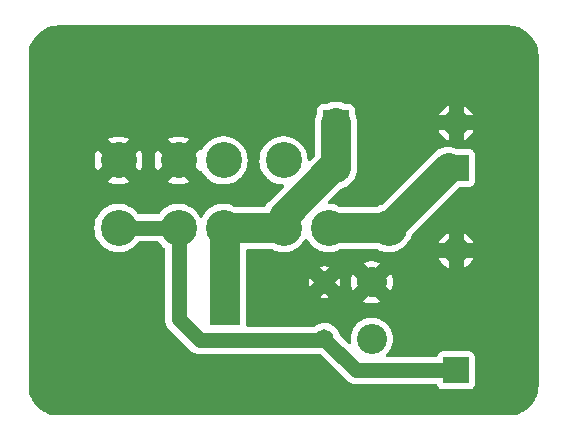
<source format=gbl>
G04 #@! TF.GenerationSoftware,KiCad,Pcbnew,(7.0.0-0)*
G04 #@! TF.CreationDate,2023-03-10T18:04:30-08:00*
G04 #@! TF.ProjectId,RX7 Headlight Control,52583720-4865-4616-946c-696768742043,rev?*
G04 #@! TF.SameCoordinates,Original*
G04 #@! TF.FileFunction,Copper,L2,Bot*
G04 #@! TF.FilePolarity,Positive*
%FSLAX46Y46*%
G04 Gerber Fmt 4.6, Leading zero omitted, Abs format (unit mm)*
G04 Created by KiCad (PCBNEW (7.0.0-0)) date 2023-03-10 18:04:30*
%MOMM*%
%LPD*%
G01*
G04 APERTURE LIST*
G04 #@! TA.AperFunction,ComponentPad*
%ADD10R,2.200000X2.200000*%
G04 #@! TD*
G04 #@! TA.AperFunction,ComponentPad*
%ADD11O,2.200000X2.200000*%
G04 #@! TD*
G04 #@! TA.AperFunction,ComponentPad*
%ADD12R,2.550000X2.550000*%
G04 #@! TD*
G04 #@! TA.AperFunction,ComponentPad*
%ADD13C,1.650000*%
G04 #@! TD*
G04 #@! TA.AperFunction,ComponentPad*
%ADD14C,2.550000*%
G04 #@! TD*
G04 #@! TA.AperFunction,ComponentPad*
%ADD15C,3.048000*%
G04 #@! TD*
G04 #@! TA.AperFunction,Conductor*
%ADD16C,2.540000*%
G04 #@! TD*
G04 #@! TA.AperFunction,Conductor*
%ADD17C,0.250000*%
G04 #@! TD*
G04 #@! TA.AperFunction,Conductor*
%ADD18C,1.270000*%
G04 #@! TD*
G04 APERTURE END LIST*
D10*
X131444999Y-95884999D03*
D11*
X141604999Y-95884999D03*
D10*
X141604999Y-116839999D03*
D11*
X141604999Y-106679999D03*
D10*
X141604999Y-99694999D03*
D11*
X131444999Y-99694999D03*
D12*
X122069999Y-111759999D03*
D13*
X130470000Y-114160000D03*
D14*
X134470000Y-114160000D03*
X134470000Y-109360000D03*
D13*
X130470000Y-109360000D03*
D15*
X127000000Y-99060000D03*
X121920000Y-99060000D03*
X130810000Y-104775000D03*
X135890000Y-104775000D03*
X118110000Y-99060000D03*
X113030000Y-99060000D03*
X118110000Y-104775000D03*
X113030000Y-104775000D03*
X127000000Y-104775000D03*
X121920000Y-104775000D03*
D16*
X130810000Y-104775000D02*
X135890000Y-104775000D01*
X135890000Y-104775000D02*
X140970000Y-99695000D01*
D17*
X140970000Y-99695000D02*
X141605000Y-99695000D01*
D18*
X130470000Y-114160000D02*
X133150000Y-116840000D01*
X119889868Y-114300000D02*
X130330000Y-114300000D01*
X118110000Y-112520132D02*
X119889868Y-114300000D01*
X130330000Y-114300000D02*
X130470000Y-114160000D01*
X118110000Y-104775000D02*
X118110000Y-112520132D01*
X118110000Y-104775000D02*
X113030000Y-104775000D01*
X133150000Y-116840000D02*
X141605000Y-116840000D01*
D17*
X122070000Y-104925000D02*
X121920000Y-104775000D01*
D16*
X127000000Y-104775000D02*
X127000000Y-103822500D01*
X122070000Y-111125000D02*
X122070000Y-104925000D01*
X131127500Y-99695000D02*
X131445000Y-99695000D01*
X121920000Y-104775000D02*
X127000000Y-104775000D01*
X131445000Y-99695000D02*
X131445000Y-95885000D01*
X127000000Y-103822500D02*
X131127500Y-99695000D01*
G04 #@! TA.AperFunction,Conductor*
G36*
X120649547Y-87630215D02*
G01*
X120649617Y-87630383D01*
X120650000Y-87630541D01*
X120650099Y-87630500D01*
X133349901Y-87630500D01*
X133350000Y-87630541D01*
X133350383Y-87630383D01*
X133350452Y-87630215D01*
X133352650Y-87630000D01*
X146046249Y-87630000D01*
X146053736Y-87630226D01*
X146348678Y-87648066D01*
X146363541Y-87649871D01*
X146650489Y-87702457D01*
X146665027Y-87706041D01*
X146790211Y-87745049D01*
X146943533Y-87792826D01*
X146957529Y-87798135D01*
X147223557Y-87917865D01*
X147236816Y-87924823D01*
X147361640Y-88000281D01*
X147486471Y-88075744D01*
X147498782Y-88084242D01*
X147728430Y-88264159D01*
X147739638Y-88274089D01*
X147945910Y-88480361D01*
X147955840Y-88491569D01*
X148135753Y-88721211D01*
X148144259Y-88733534D01*
X148295176Y-88983183D01*
X148302134Y-88996442D01*
X148421864Y-89262470D01*
X148427174Y-89276471D01*
X148513958Y-89554972D01*
X148517542Y-89569510D01*
X148570128Y-89856458D01*
X148571933Y-89871323D01*
X148589774Y-90166264D01*
X148590000Y-90173751D01*
X148590000Y-99057350D01*
X148589784Y-99059547D01*
X148589617Y-99059617D01*
X148589459Y-99060000D01*
X148589500Y-99060099D01*
X148589500Y-109219901D01*
X148589459Y-109220000D01*
X148589500Y-109220099D01*
X148589617Y-109220383D01*
X148589776Y-109220448D01*
X148590000Y-109222720D01*
X148590000Y-118106249D01*
X148589774Y-118113736D01*
X148571933Y-118408676D01*
X148570128Y-118423541D01*
X148517542Y-118710489D01*
X148513958Y-118725027D01*
X148427174Y-119003528D01*
X148421864Y-119017529D01*
X148302134Y-119283557D01*
X148295176Y-119296816D01*
X148144259Y-119546465D01*
X148135753Y-119558788D01*
X147955840Y-119788430D01*
X147945910Y-119799638D01*
X147739638Y-120005910D01*
X147728430Y-120015840D01*
X147498788Y-120195753D01*
X147486465Y-120204259D01*
X147236816Y-120355176D01*
X147223557Y-120362134D01*
X146957529Y-120481864D01*
X146943528Y-120487174D01*
X146665027Y-120573958D01*
X146650489Y-120577542D01*
X146363541Y-120630128D01*
X146348676Y-120631933D01*
X146053736Y-120649774D01*
X146046249Y-120650000D01*
X139702720Y-120650000D01*
X139700448Y-120649776D01*
X139700383Y-120649617D01*
X139700099Y-120649500D01*
X139700000Y-120649459D01*
X139699901Y-120649500D01*
X132080099Y-120649500D01*
X132080000Y-120649459D01*
X132079901Y-120649500D01*
X132079617Y-120649617D01*
X132079551Y-120649776D01*
X132077280Y-120650000D01*
X121922720Y-120650000D01*
X121920448Y-120649776D01*
X121920383Y-120649617D01*
X121920099Y-120649500D01*
X121920000Y-120649459D01*
X121919901Y-120649500D01*
X114300099Y-120649500D01*
X114300000Y-120649459D01*
X114299901Y-120649500D01*
X114299617Y-120649617D01*
X114299551Y-120649776D01*
X114297280Y-120650000D01*
X107953751Y-120650000D01*
X107946264Y-120649774D01*
X107651323Y-120631933D01*
X107636458Y-120630128D01*
X107349510Y-120577542D01*
X107334972Y-120573958D01*
X107056471Y-120487174D01*
X107042470Y-120481864D01*
X106776442Y-120362134D01*
X106763183Y-120355176D01*
X106513534Y-120204259D01*
X106501211Y-120195753D01*
X106271569Y-120015840D01*
X106260361Y-120005910D01*
X106054089Y-119799638D01*
X106044159Y-119788430D01*
X105864246Y-119558788D01*
X105855744Y-119546471D01*
X105780281Y-119421640D01*
X105704823Y-119296816D01*
X105697865Y-119283557D01*
X105578135Y-119017529D01*
X105572825Y-119003528D01*
X105486041Y-118725027D01*
X105482457Y-118710489D01*
X105429871Y-118423541D01*
X105428066Y-118408676D01*
X105410226Y-118113736D01*
X105410000Y-118106249D01*
X105410000Y-109222720D01*
X105410223Y-109220448D01*
X105410383Y-109220383D01*
X105410500Y-109220099D01*
X105410541Y-109220000D01*
X105410500Y-109219901D01*
X105410500Y-104775000D01*
X110992751Y-104775000D01*
X111011726Y-105052405D01*
X111012587Y-105056552D01*
X111012589Y-105056561D01*
X111045590Y-105215368D01*
X111068298Y-105324643D01*
X111069716Y-105328635D01*
X111069719Y-105328643D01*
X111159991Y-105582645D01*
X111161412Y-105586642D01*
X111163359Y-105590400D01*
X111163361Y-105590404D01*
X111287385Y-105829759D01*
X111289335Y-105833522D01*
X111449683Y-106060683D01*
X111639469Y-106263895D01*
X111855159Y-106439371D01*
X112092733Y-106583843D01*
X112347767Y-106694620D01*
X112558327Y-106753616D01*
X112611429Y-106768495D01*
X112611431Y-106768495D01*
X112615509Y-106769638D01*
X112890973Y-106807500D01*
X113164790Y-106807500D01*
X113169027Y-106807500D01*
X113444491Y-106769638D01*
X113712233Y-106694620D01*
X113967267Y-106583843D01*
X114204841Y-106439371D01*
X114420531Y-106263895D01*
X114610317Y-106060683D01*
X114673627Y-105970992D01*
X114717884Y-105932402D01*
X114774932Y-105918500D01*
X116365068Y-105918500D01*
X116422116Y-105932402D01*
X116466372Y-105970992D01*
X116529683Y-106060683D01*
X116719469Y-106263895D01*
X116722750Y-106266564D01*
X116722753Y-106266567D01*
X116920755Y-106427653D01*
X116954481Y-106470585D01*
X116966500Y-106523841D01*
X116966500Y-112490849D01*
X116966368Y-112496576D01*
X116963091Y-112567440D01*
X116963091Y-112567449D01*
X116962827Y-112573169D01*
X116963618Y-112578845D01*
X116963619Y-112578851D01*
X116973418Y-112649106D01*
X116974078Y-112654791D01*
X116980626Y-112725448D01*
X116980627Y-112725453D01*
X116981155Y-112731150D01*
X116982720Y-112736654D01*
X116982722Y-112736660D01*
X116986073Y-112748437D01*
X116989616Y-112765233D01*
X116991309Y-112777371D01*
X116991312Y-112777385D01*
X116992104Y-112783059D01*
X116993925Y-112788493D01*
X116993927Y-112788500D01*
X117016479Y-112855787D01*
X117018173Y-112861257D01*
X117029933Y-112902589D01*
X117039150Y-112934982D01*
X117041702Y-112940108D01*
X117041704Y-112940112D01*
X117047162Y-112951072D01*
X117053733Y-112966936D01*
X117059451Y-112983994D01*
X117062237Y-112988995D01*
X117062238Y-112988998D01*
X117096769Y-113050991D01*
X117099417Y-113056014D01*
X117133611Y-113124686D01*
X117137064Y-113129258D01*
X117137068Y-113129265D01*
X117144451Y-113139042D01*
X117153823Y-113153424D01*
X117162574Y-113169134D01*
X117166237Y-113173545D01*
X117211561Y-113228127D01*
X117215114Y-113232613D01*
X117261323Y-113293803D01*
X117265559Y-113297664D01*
X117265563Y-113297669D01*
X117317988Y-113345460D01*
X117322131Y-113349416D01*
X119060592Y-115087878D01*
X119064548Y-115092021D01*
X119112330Y-115144436D01*
X119112334Y-115144440D01*
X119116197Y-115148677D01*
X119177391Y-115194888D01*
X119181865Y-115198433D01*
X119232789Y-115240719D01*
X119240866Y-115247426D01*
X119245874Y-115250215D01*
X119245875Y-115250216D01*
X119256574Y-115256176D01*
X119270957Y-115265548D01*
X119278265Y-115271066D01*
X119285314Y-115276389D01*
X119290442Y-115278942D01*
X119290443Y-115278943D01*
X119353976Y-115310579D01*
X119359018Y-115313236D01*
X119426006Y-115350548D01*
X119431441Y-115352369D01*
X119431449Y-115352373D01*
X119443056Y-115356263D01*
X119458919Y-115362833D01*
X119475018Y-115370850D01*
X119480529Y-115372418D01*
X119480537Y-115372421D01*
X119548773Y-115391836D01*
X119554245Y-115393530D01*
X119621029Y-115415913D01*
X119626941Y-115417895D01*
X119644759Y-115420380D01*
X119661544Y-115423920D01*
X119678850Y-115428845D01*
X119755224Y-115435921D01*
X119760847Y-115436573D01*
X119836830Y-115447173D01*
X119913422Y-115443632D01*
X119919150Y-115443500D01*
X130084984Y-115443500D01*
X130132437Y-115452939D01*
X130172665Y-115479819D01*
X132320724Y-117627878D01*
X132324680Y-117632021D01*
X132372462Y-117684436D01*
X132372466Y-117684440D01*
X132376329Y-117688677D01*
X132437523Y-117734888D01*
X132441997Y-117738433D01*
X132496584Y-117783761D01*
X132500998Y-117787426D01*
X132506006Y-117790215D01*
X132506007Y-117790216D01*
X132516706Y-117796176D01*
X132531089Y-117805548D01*
X132538397Y-117811066D01*
X132545446Y-117816389D01*
X132550574Y-117818942D01*
X132550575Y-117818943D01*
X132614108Y-117850579D01*
X132619150Y-117853236D01*
X132686138Y-117890548D01*
X132691573Y-117892369D01*
X132691581Y-117892373D01*
X132703188Y-117896263D01*
X132719051Y-117902833D01*
X132735150Y-117910850D01*
X132740661Y-117912418D01*
X132740669Y-117912421D01*
X132808905Y-117931836D01*
X132814377Y-117933530D01*
X132881161Y-117955913D01*
X132887073Y-117957895D01*
X132904891Y-117960380D01*
X132921676Y-117963920D01*
X132938982Y-117968845D01*
X133015358Y-117975921D01*
X133020976Y-117976572D01*
X133096963Y-117987173D01*
X133173555Y-117983632D01*
X133179283Y-117983500D01*
X139892411Y-117983500D01*
X139941224Y-117993512D01*
X139982154Y-118021930D01*
X140008592Y-118064164D01*
X140054111Y-118186204D01*
X140141739Y-118303261D01*
X140258796Y-118390889D01*
X140395799Y-118441989D01*
X140456362Y-118448500D01*
X142750328Y-118448500D01*
X142753638Y-118448500D01*
X142814201Y-118441989D01*
X142951204Y-118390889D01*
X143068261Y-118303261D01*
X143155889Y-118186204D01*
X143206989Y-118049201D01*
X143213500Y-117988638D01*
X143213500Y-115691362D01*
X143206989Y-115630799D01*
X143155889Y-115493796D01*
X143068261Y-115376739D01*
X143060394Y-115370850D01*
X142958304Y-115294426D01*
X142958303Y-115294425D01*
X142951204Y-115289111D01*
X142942896Y-115286012D01*
X142942894Y-115286011D01*
X142821463Y-115240719D01*
X142821458Y-115240717D01*
X142814201Y-115238011D01*
X142806497Y-115237182D01*
X142806494Y-115237182D01*
X142756924Y-115231853D01*
X142756918Y-115231852D01*
X142753638Y-115231500D01*
X140456362Y-115231500D01*
X140453082Y-115231852D01*
X140453075Y-115231853D01*
X140403505Y-115237182D01*
X140403500Y-115237182D01*
X140395799Y-115238011D01*
X140388543Y-115240717D01*
X140388536Y-115240719D01*
X140267105Y-115286011D01*
X140267099Y-115286013D01*
X140258796Y-115289111D01*
X140251698Y-115294423D01*
X140251695Y-115294426D01*
X140148835Y-115371426D01*
X140148831Y-115371429D01*
X140141739Y-115376739D01*
X140136429Y-115383831D01*
X140136426Y-115383835D01*
X140059426Y-115486695D01*
X140059423Y-115486698D01*
X140054111Y-115493796D01*
X140051013Y-115502099D01*
X140051011Y-115502105D01*
X140008593Y-115615834D01*
X139982154Y-115658070D01*
X139941224Y-115686488D01*
X139892411Y-115696500D01*
X135752122Y-115696500D01*
X135695002Y-115682561D01*
X135650725Y-115643876D01*
X135629244Y-115589145D01*
X135635390Y-115530671D01*
X135667781Y-115481601D01*
X135682732Y-115467727D01*
X135781064Y-115376490D01*
X135947729Y-115167498D01*
X136081384Y-114936002D01*
X136179043Y-114687170D01*
X136238525Y-114426562D01*
X136258501Y-114160000D01*
X136238525Y-113893438D01*
X136179043Y-113632830D01*
X136081384Y-113383998D01*
X135993984Y-113232617D01*
X135950049Y-113156520D01*
X135950047Y-113156518D01*
X135947729Y-113152502D01*
X135781064Y-112943510D01*
X135585112Y-112761694D01*
X135581285Y-112759084D01*
X135581279Y-112759080D01*
X135368092Y-112613732D01*
X135364251Y-112611113D01*
X135360070Y-112609099D01*
X135360064Y-112609096D01*
X135127591Y-112497143D01*
X135127590Y-112497142D01*
X135123413Y-112495131D01*
X135118991Y-112493767D01*
X135118981Y-112493763D01*
X134872409Y-112417706D01*
X134872403Y-112417704D01*
X134867979Y-112416340D01*
X134863403Y-112415650D01*
X134863393Y-112415648D01*
X134608240Y-112377191D01*
X134608239Y-112377190D01*
X134603655Y-112376500D01*
X134336345Y-112376500D01*
X134331761Y-112377190D01*
X134331759Y-112377191D01*
X134076606Y-112415648D01*
X134076594Y-112415650D01*
X134072021Y-112416340D01*
X134067599Y-112417703D01*
X134067590Y-112417706D01*
X133821018Y-112493763D01*
X133821003Y-112493768D01*
X133816587Y-112495131D01*
X133812413Y-112497140D01*
X133812408Y-112497143D01*
X133579935Y-112609097D01*
X133579928Y-112609100D01*
X133575750Y-112611113D01*
X133571917Y-112613726D01*
X133571914Y-112613728D01*
X133511686Y-112654791D01*
X133354888Y-112761694D01*
X133351496Y-112764840D01*
X133351490Y-112764846D01*
X133168127Y-112934982D01*
X133158936Y-112943510D01*
X133156047Y-112947132D01*
X133156043Y-112947137D01*
X132997530Y-113145907D01*
X132992271Y-113152502D01*
X132989957Y-113156508D01*
X132989950Y-113156520D01*
X132860937Y-113379976D01*
X132860931Y-113379987D01*
X132858616Y-113383998D01*
X132856923Y-113388311D01*
X132856918Y-113388322D01*
X132762653Y-113628507D01*
X132762650Y-113628514D01*
X132760957Y-113632830D01*
X132759925Y-113637348D01*
X132759924Y-113637354D01*
X132702506Y-113888916D01*
X132702503Y-113888930D01*
X132701475Y-113893438D01*
X132681499Y-114160000D01*
X132701475Y-114426562D01*
X132702505Y-114431078D01*
X132702507Y-114431086D01*
X132708547Y-114457548D01*
X132706417Y-114520803D01*
X132673348Y-114574767D01*
X132617954Y-114605382D01*
X132554667Y-114604671D01*
X132499975Y-114572821D01*
X131787429Y-113860275D01*
X131755335Y-113804687D01*
X131729268Y-113707403D01*
X131727867Y-113702174D01*
X131629256Y-113490703D01*
X131495422Y-113299568D01*
X131330432Y-113134578D01*
X131211057Y-113050991D01*
X131143736Y-113003852D01*
X131143734Y-113003850D01*
X131139297Y-113000744D01*
X131066798Y-112966937D01*
X130932732Y-112904420D01*
X130932725Y-112904417D01*
X130927826Y-112902133D01*
X130922599Y-112900732D01*
X130922598Y-112900732D01*
X130775275Y-112861257D01*
X130702444Y-112841742D01*
X130697052Y-112841270D01*
X130697045Y-112841269D01*
X130475395Y-112821878D01*
X130470000Y-112821406D01*
X130464605Y-112821878D01*
X130242954Y-112841269D01*
X130242945Y-112841270D01*
X130237556Y-112841742D01*
X130232324Y-112843143D01*
X130232323Y-112843144D01*
X130017401Y-112900732D01*
X130017396Y-112900733D01*
X130012174Y-112902133D01*
X130007278Y-112904415D01*
X130007267Y-112904420D01*
X129805613Y-112998454D01*
X129805609Y-112998456D01*
X129800703Y-113000744D01*
X129796270Y-113003847D01*
X129796263Y-113003852D01*
X129610286Y-113134075D01*
X129576450Y-113150761D01*
X129539163Y-113156500D01*
X123977500Y-113156500D01*
X123915500Y-113139887D01*
X123870113Y-113094500D01*
X123853500Y-113032500D01*
X123853500Y-110980852D01*
X133750975Y-110980852D01*
X133759775Y-110988075D01*
X133815518Y-111014919D01*
X133824138Y-111018302D01*
X134069481Y-111093980D01*
X134078507Y-111096040D01*
X134332396Y-111134308D01*
X134341619Y-111135000D01*
X134598381Y-111135000D01*
X134607603Y-111134308D01*
X134861492Y-111096040D01*
X134870518Y-111093980D01*
X135115861Y-111018302D01*
X135124481Y-111014919D01*
X135180223Y-110988075D01*
X135189024Y-110980852D01*
X135183101Y-110971127D01*
X134481542Y-110269568D01*
X134470000Y-110262904D01*
X134458457Y-110269568D01*
X133756896Y-110971128D01*
X133750975Y-110980852D01*
X123853500Y-110980852D01*
X123853500Y-110630086D01*
X130102163Y-110630086D01*
X130112160Y-110635858D01*
X130233810Y-110668453D01*
X130244427Y-110670325D01*
X130464605Y-110689589D01*
X130475395Y-110689589D01*
X130695572Y-110670325D01*
X130706189Y-110668453D01*
X130827838Y-110635858D01*
X130837835Y-110630086D01*
X130832063Y-110620089D01*
X130481542Y-110269568D01*
X130470000Y-110262904D01*
X130458456Y-110269569D01*
X130107934Y-110620090D01*
X130102163Y-110630086D01*
X123853500Y-110630086D01*
X123853500Y-110439672D01*
X123853500Y-110436362D01*
X123849210Y-110396458D01*
X123848500Y-110383203D01*
X123848500Y-109365395D01*
X129140411Y-109365395D01*
X129159674Y-109585572D01*
X129161546Y-109596189D01*
X129194140Y-109717838D01*
X129199912Y-109727835D01*
X129209909Y-109722063D01*
X129560431Y-109371542D01*
X129567095Y-109360000D01*
X131372904Y-109360000D01*
X131379568Y-109371542D01*
X131730089Y-109722063D01*
X131740086Y-109727835D01*
X131745858Y-109717838D01*
X131778453Y-109596189D01*
X131780325Y-109585572D01*
X131799589Y-109365395D01*
X131799589Y-109364630D01*
X132690370Y-109364630D01*
X132709557Y-109620663D01*
X132710936Y-109629816D01*
X132768067Y-109880125D01*
X132770800Y-109888985D01*
X132841875Y-110070081D01*
X132848567Y-110079420D01*
X132858434Y-110073538D01*
X133560431Y-109371542D01*
X133567095Y-109360000D01*
X135372904Y-109360000D01*
X135379568Y-109371542D01*
X136081564Y-110073538D01*
X136091430Y-110079420D01*
X136098123Y-110070080D01*
X136169203Y-109888975D01*
X136171930Y-109880133D01*
X136229063Y-109629816D01*
X136230442Y-109620663D01*
X136249630Y-109364630D01*
X136249630Y-109355370D01*
X136230442Y-109099336D01*
X136229063Y-109090183D01*
X136171932Y-108839874D01*
X136169199Y-108831014D01*
X136098123Y-108649917D01*
X136091431Y-108640578D01*
X136081564Y-108646460D01*
X135379568Y-109348457D01*
X135372904Y-109360000D01*
X133567095Y-109360000D01*
X133560431Y-109348457D01*
X132858434Y-108646460D01*
X132848568Y-108640578D01*
X132841875Y-108649918D01*
X132770800Y-108831014D01*
X132768067Y-108839874D01*
X132710936Y-109090183D01*
X132709557Y-109099336D01*
X132690370Y-109355370D01*
X132690370Y-109364630D01*
X131799589Y-109364630D01*
X131799589Y-109354605D01*
X131780325Y-109134427D01*
X131778453Y-109123810D01*
X131745858Y-109002160D01*
X131740086Y-108992163D01*
X131730090Y-108997934D01*
X131379569Y-109348456D01*
X131372904Y-109360000D01*
X129567095Y-109360000D01*
X129560431Y-109348457D01*
X129209909Y-108997935D01*
X129199912Y-108992163D01*
X129194141Y-109002160D01*
X129161547Y-109123806D01*
X129159674Y-109134430D01*
X129140411Y-109354605D01*
X129140411Y-109365395D01*
X123848500Y-109365395D01*
X123848500Y-108089912D01*
X130102163Y-108089912D01*
X130107935Y-108099909D01*
X130458457Y-108450431D01*
X130470000Y-108457095D01*
X130481542Y-108450431D01*
X130832063Y-108099909D01*
X130837835Y-108089912D01*
X130827838Y-108084140D01*
X130706189Y-108051546D01*
X130695572Y-108049674D01*
X130475395Y-108030411D01*
X130464605Y-108030411D01*
X130244430Y-108049674D01*
X130233806Y-108051547D01*
X130112160Y-108084141D01*
X130102163Y-108089912D01*
X123848500Y-108089912D01*
X123848500Y-107739145D01*
X133750974Y-107739145D01*
X133756897Y-107748871D01*
X134458457Y-108450431D01*
X134470000Y-108457095D01*
X134481542Y-108450431D01*
X135183101Y-107748871D01*
X135189024Y-107739145D01*
X135180224Y-107731924D01*
X135124482Y-107705080D01*
X135115862Y-107701697D01*
X134870518Y-107626019D01*
X134861492Y-107623959D01*
X134607603Y-107585691D01*
X134598381Y-107585000D01*
X134341619Y-107585000D01*
X134332396Y-107585691D01*
X134078507Y-107623959D01*
X134069481Y-107626019D01*
X133824130Y-107701699D01*
X133815529Y-107705074D01*
X133759773Y-107731924D01*
X133750974Y-107739145D01*
X123848500Y-107739145D01*
X123848500Y-107317786D01*
X140140368Y-107317786D01*
X140142051Y-107329130D01*
X140173115Y-107404126D01*
X140177529Y-107412789D01*
X140304022Y-107619208D01*
X140309734Y-107627070D01*
X140466969Y-107811169D01*
X140473830Y-107818030D01*
X140657929Y-107975265D01*
X140665791Y-107980977D01*
X140872210Y-108107470D01*
X140880873Y-108111884D01*
X140955869Y-108142948D01*
X140967213Y-108144631D01*
X140970000Y-108133507D01*
X142240000Y-108133507D01*
X142242786Y-108144631D01*
X142254130Y-108142948D01*
X142329126Y-108111884D01*
X142337789Y-108107470D01*
X142544208Y-107980977D01*
X142552070Y-107975265D01*
X142736169Y-107818030D01*
X142743030Y-107811169D01*
X142900265Y-107627070D01*
X142905977Y-107619208D01*
X143032470Y-107412789D01*
X143036884Y-107404126D01*
X143067948Y-107329130D01*
X143069631Y-107317786D01*
X143058507Y-107315000D01*
X142256326Y-107315000D01*
X142243450Y-107318450D01*
X142240000Y-107331326D01*
X142240000Y-108133507D01*
X140970000Y-108133507D01*
X140970000Y-107331326D01*
X140966549Y-107318450D01*
X140953674Y-107315000D01*
X140151493Y-107315000D01*
X140140368Y-107317786D01*
X123848500Y-107317786D01*
X123848500Y-106677500D01*
X123865113Y-106615500D01*
X123910500Y-106570113D01*
X123972500Y-106553500D01*
X125978093Y-106553500D01*
X126042521Y-106571552D01*
X126062733Y-106583843D01*
X126317767Y-106694620D01*
X126528327Y-106753616D01*
X126581429Y-106768495D01*
X126581431Y-106768495D01*
X126585509Y-106769638D01*
X126860973Y-106807500D01*
X127134790Y-106807500D01*
X127139027Y-106807500D01*
X127414491Y-106769638D01*
X127682233Y-106694620D01*
X127937267Y-106583843D01*
X128174841Y-106439371D01*
X128390531Y-106263895D01*
X128580317Y-106060683D01*
X128740665Y-105833522D01*
X128794902Y-105728848D01*
X128840572Y-105679949D01*
X128905000Y-105661897D01*
X128969428Y-105679949D01*
X129015097Y-105728848D01*
X129069335Y-105833522D01*
X129229683Y-106060683D01*
X129419469Y-106263895D01*
X129635159Y-106439371D01*
X129872733Y-106583843D01*
X130127767Y-106694620D01*
X130338327Y-106753616D01*
X130391429Y-106768495D01*
X130391431Y-106768495D01*
X130395509Y-106769638D01*
X130670973Y-106807500D01*
X130944790Y-106807500D01*
X130949027Y-106807500D01*
X131224491Y-106769638D01*
X131492233Y-106694620D01*
X131747267Y-106583843D01*
X131767478Y-106571552D01*
X131831907Y-106553500D01*
X134868093Y-106553500D01*
X134932521Y-106571552D01*
X134952733Y-106583843D01*
X135207767Y-106694620D01*
X135418327Y-106753616D01*
X135471429Y-106768495D01*
X135471431Y-106768495D01*
X135475509Y-106769638D01*
X135750973Y-106807500D01*
X136024790Y-106807500D01*
X136029027Y-106807500D01*
X136304491Y-106769638D01*
X136572233Y-106694620D01*
X136827267Y-106583843D01*
X137064841Y-106439371D01*
X137280531Y-106263895D01*
X137470317Y-106060683D01*
X137483355Y-106042213D01*
X140140368Y-106042213D01*
X140151493Y-106045000D01*
X140953674Y-106045000D01*
X140966549Y-106041549D01*
X140970000Y-106028674D01*
X142240000Y-106028674D01*
X142243450Y-106041549D01*
X142256326Y-106045000D01*
X143058507Y-106045000D01*
X143069631Y-106042213D01*
X143067948Y-106030869D01*
X143036884Y-105955873D01*
X143032470Y-105947210D01*
X142905977Y-105740791D01*
X142900265Y-105732929D01*
X142743030Y-105548830D01*
X142736169Y-105541969D01*
X142552070Y-105384734D01*
X142544208Y-105379022D01*
X142337789Y-105252529D01*
X142329126Y-105248115D01*
X142254130Y-105217051D01*
X142242786Y-105215368D01*
X142240000Y-105226493D01*
X142240000Y-106028674D01*
X140970000Y-106028674D01*
X140970000Y-105226493D01*
X140967213Y-105215368D01*
X140955869Y-105217051D01*
X140880873Y-105248115D01*
X140872210Y-105252529D01*
X140665791Y-105379022D01*
X140657929Y-105384734D01*
X140473830Y-105541969D01*
X140466969Y-105548830D01*
X140309734Y-105732929D01*
X140304022Y-105740791D01*
X140177529Y-105947210D01*
X140173115Y-105955873D01*
X140142051Y-106030869D01*
X140140368Y-106042213D01*
X137483355Y-106042213D01*
X137630665Y-105833522D01*
X137758588Y-105586642D01*
X137840218Y-105356953D01*
X137869373Y-105310804D01*
X141840359Y-101339819D01*
X141880588Y-101312939D01*
X141928041Y-101303500D01*
X142750328Y-101303500D01*
X142753638Y-101303500D01*
X142814201Y-101296989D01*
X142951204Y-101245889D01*
X143068261Y-101158261D01*
X143155889Y-101041204D01*
X143206989Y-100904201D01*
X143213500Y-100843638D01*
X143213500Y-98546362D01*
X143206989Y-98485799D01*
X143155889Y-98348796D01*
X143068261Y-98231739D01*
X143002620Y-98182601D01*
X142958304Y-98149426D01*
X142958303Y-98149425D01*
X142951204Y-98144111D01*
X142942896Y-98141012D01*
X142942894Y-98141011D01*
X142821463Y-98095719D01*
X142821458Y-98095717D01*
X142814201Y-98093011D01*
X142806497Y-98092182D01*
X142806494Y-98092182D01*
X142756924Y-98086853D01*
X142756918Y-98086852D01*
X142753638Y-98086500D01*
X142750328Y-98086500D01*
X141763484Y-98086500D01*
X141705543Y-98072130D01*
X141687305Y-98062491D01*
X141687299Y-98062488D01*
X141683202Y-98060323D01*
X141678830Y-98058793D01*
X141435972Y-97973813D01*
X141435966Y-97973811D01*
X141431601Y-97972284D01*
X141427057Y-97971424D01*
X141427045Y-97971421D01*
X141174244Y-97923589D01*
X141174240Y-97923588D01*
X141169687Y-97922727D01*
X141165058Y-97922553D01*
X141165051Y-97922553D01*
X140907950Y-97912934D01*
X140907943Y-97912934D01*
X140903314Y-97912761D01*
X140898710Y-97913279D01*
X140898702Y-97913280D01*
X140643039Y-97942085D01*
X140643031Y-97942086D01*
X140638429Y-97942605D01*
X140633962Y-97943801D01*
X140633951Y-97943804D01*
X140385429Y-98010396D01*
X140385424Y-98010397D01*
X140380952Y-98011596D01*
X140376708Y-98013447D01*
X140376701Y-98013450D01*
X140140884Y-98116335D01*
X140140874Y-98116340D01*
X140136632Y-98118191D01*
X140132715Y-98120652D01*
X140132704Y-98120658D01*
X139914861Y-98257538D01*
X139914848Y-98257547D01*
X139910929Y-98260010D01*
X139907412Y-98263036D01*
X139907406Y-98263041D01*
X139761226Y-98388839D01*
X139761205Y-98388858D01*
X139759466Y-98390355D01*
X139757834Y-98391986D01*
X139757821Y-98391999D01*
X135351138Y-102798681D01*
X135296913Y-102830401D01*
X135211848Y-102854235D01*
X135211827Y-102854242D01*
X135207767Y-102855380D01*
X135203900Y-102857059D01*
X135203885Y-102857065D01*
X134956616Y-102964470D01*
X134956611Y-102964472D01*
X134952733Y-102966157D01*
X134949122Y-102968352D01*
X134949114Y-102968357D01*
X134932521Y-102978448D01*
X134868093Y-102996500D01*
X131831907Y-102996500D01*
X131767479Y-102978448D01*
X131750885Y-102968357D01*
X131750883Y-102968356D01*
X131747267Y-102966157D01*
X131725011Y-102956490D01*
X131496114Y-102857065D01*
X131496104Y-102857061D01*
X131492233Y-102855380D01*
X131488161Y-102854239D01*
X131228570Y-102781504D01*
X131228557Y-102781501D01*
X131224491Y-102780362D01*
X131220304Y-102779786D01*
X131220292Y-102779784D01*
X130953224Y-102743076D01*
X130953211Y-102743075D01*
X130949027Y-102742500D01*
X130894540Y-102742500D01*
X130838245Y-102728985D01*
X130794222Y-102691385D01*
X130772067Y-102637898D01*
X130776609Y-102580182D01*
X130806859Y-102530819D01*
X130806859Y-102530818D01*
X131903625Y-101434052D01*
X131961812Y-101401898D01*
X131961736Y-101401651D01*
X131962922Y-101401285D01*
X131963723Y-101400842D01*
X131970692Y-101399252D01*
X132028509Y-101376559D01*
X132037228Y-101373508D01*
X132096581Y-101355201D01*
X132152529Y-101328257D01*
X132161003Y-101324559D01*
X132218826Y-101301866D01*
X132272606Y-101270815D01*
X132280779Y-101266495D01*
X132336743Y-101239545D01*
X132388050Y-101204563D01*
X132395877Y-101199644D01*
X132449674Y-101168586D01*
X132498237Y-101129857D01*
X132505667Y-101124374D01*
X132556986Y-101089386D01*
X132602520Y-101047135D01*
X132609521Y-101041111D01*
X132658079Y-101002388D01*
X132700330Y-100956851D01*
X132706851Y-100950330D01*
X132752388Y-100908079D01*
X132791111Y-100859521D01*
X132797135Y-100852520D01*
X132839386Y-100806986D01*
X132874368Y-100755677D01*
X132879876Y-100748214D01*
X132897132Y-100726576D01*
X132918586Y-100699674D01*
X132949634Y-100645894D01*
X132954565Y-100638048D01*
X132989545Y-100586744D01*
X133016488Y-100530793D01*
X133020823Y-100522593D01*
X133049545Y-100472846D01*
X133049544Y-100472846D01*
X133051866Y-100468826D01*
X133074550Y-100411025D01*
X133078248Y-100402547D01*
X133105201Y-100346581D01*
X133123508Y-100287228D01*
X133126559Y-100278509D01*
X133149252Y-100220692D01*
X133163078Y-100160113D01*
X133165470Y-100151191D01*
X133182401Y-100096305D01*
X133182401Y-100096302D01*
X133183771Y-100091863D01*
X133193024Y-100030467D01*
X133194747Y-100021360D01*
X133208567Y-99960815D01*
X133213208Y-99898880D01*
X133214240Y-99889709D01*
X133223500Y-99828280D01*
X133223500Y-99561720D01*
X133223500Y-96522786D01*
X140140368Y-96522786D01*
X140142051Y-96534130D01*
X140173115Y-96609126D01*
X140177529Y-96617789D01*
X140304022Y-96824208D01*
X140309734Y-96832070D01*
X140466969Y-97016169D01*
X140473830Y-97023030D01*
X140657929Y-97180265D01*
X140665791Y-97185977D01*
X140872210Y-97312470D01*
X140880873Y-97316884D01*
X140955869Y-97347948D01*
X140967213Y-97349631D01*
X140970000Y-97338507D01*
X142240000Y-97338507D01*
X142242786Y-97349631D01*
X142254130Y-97347948D01*
X142329126Y-97316884D01*
X142337789Y-97312470D01*
X142544208Y-97185977D01*
X142552070Y-97180265D01*
X142736169Y-97023030D01*
X142743030Y-97016169D01*
X142900265Y-96832070D01*
X142905977Y-96824208D01*
X143032470Y-96617789D01*
X143036884Y-96609126D01*
X143067948Y-96534130D01*
X143069631Y-96522786D01*
X143058507Y-96520000D01*
X142256326Y-96520000D01*
X142243450Y-96523450D01*
X142240000Y-96536326D01*
X142240000Y-97338507D01*
X140970000Y-97338507D01*
X140970000Y-96536326D01*
X140966549Y-96523450D01*
X140953674Y-96520000D01*
X140151493Y-96520000D01*
X140140368Y-96522786D01*
X133223500Y-96522786D01*
X133223500Y-95818453D01*
X133208567Y-95619185D01*
X133149252Y-95359308D01*
X133105257Y-95247213D01*
X140140368Y-95247213D01*
X140151493Y-95250000D01*
X140953674Y-95250000D01*
X140966549Y-95246549D01*
X140970000Y-95233674D01*
X142240000Y-95233674D01*
X142243450Y-95246549D01*
X142256326Y-95250000D01*
X143058507Y-95250000D01*
X143069631Y-95247213D01*
X143067948Y-95235869D01*
X143036884Y-95160873D01*
X143032470Y-95152210D01*
X142905977Y-94945791D01*
X142900265Y-94937929D01*
X142743030Y-94753830D01*
X142736169Y-94746969D01*
X142552070Y-94589734D01*
X142544208Y-94584022D01*
X142337789Y-94457529D01*
X142329126Y-94453115D01*
X142254130Y-94422051D01*
X142242786Y-94420368D01*
X142240000Y-94431493D01*
X142240000Y-95233674D01*
X140970000Y-95233674D01*
X140970000Y-94431493D01*
X140967213Y-94420368D01*
X140955869Y-94422051D01*
X140880873Y-94453115D01*
X140872210Y-94457529D01*
X140665791Y-94584022D01*
X140657929Y-94589734D01*
X140473830Y-94746969D01*
X140466969Y-94753830D01*
X140309734Y-94937929D01*
X140304022Y-94945791D01*
X140177529Y-95152210D01*
X140173115Y-95160873D01*
X140142051Y-95235869D01*
X140140368Y-95247213D01*
X133105257Y-95247213D01*
X133062071Y-95137177D01*
X133053500Y-95091876D01*
X133053500Y-94739672D01*
X133053500Y-94736362D01*
X133046989Y-94675799D01*
X132995889Y-94538796D01*
X132908261Y-94421739D01*
X132791204Y-94334111D01*
X132782896Y-94331012D01*
X132782894Y-94331011D01*
X132661463Y-94285719D01*
X132661458Y-94285717D01*
X132654201Y-94283011D01*
X132646497Y-94282182D01*
X132646494Y-94282182D01*
X132596924Y-94276853D01*
X132596918Y-94276852D01*
X132593638Y-94276500D01*
X132590328Y-94276500D01*
X132232241Y-94276500D01*
X132178440Y-94264220D01*
X132100761Y-94226811D01*
X132100750Y-94226806D01*
X132096581Y-94224799D01*
X132092152Y-94223433D01*
X132092150Y-94223432D01*
X131846293Y-94147595D01*
X131846287Y-94147593D01*
X131841863Y-94146229D01*
X131837283Y-94145538D01*
X131837276Y-94145537D01*
X131582865Y-94107191D01*
X131582863Y-94107190D01*
X131578280Y-94106500D01*
X131311720Y-94106500D01*
X131307137Y-94107190D01*
X131307134Y-94107191D01*
X131052723Y-94145537D01*
X131052713Y-94145539D01*
X131048137Y-94146229D01*
X131043715Y-94147592D01*
X131043706Y-94147595D01*
X130797850Y-94223431D01*
X130797835Y-94223436D01*
X130793419Y-94224799D01*
X130789245Y-94226808D01*
X130789240Y-94226811D01*
X130711561Y-94264220D01*
X130657759Y-94276500D01*
X130296362Y-94276500D01*
X130293082Y-94276852D01*
X130293075Y-94276853D01*
X130243505Y-94282182D01*
X130243500Y-94282182D01*
X130235799Y-94283011D01*
X130228543Y-94285717D01*
X130228536Y-94285719D01*
X130107105Y-94331011D01*
X130107099Y-94331013D01*
X130098796Y-94334111D01*
X130091698Y-94339423D01*
X130091695Y-94339426D01*
X129988835Y-94416426D01*
X129988831Y-94416429D01*
X129981739Y-94421739D01*
X129976429Y-94428831D01*
X129976426Y-94428835D01*
X129899426Y-94531695D01*
X129899423Y-94531698D01*
X129894111Y-94538796D01*
X129891013Y-94547099D01*
X129891011Y-94547105D01*
X129845719Y-94668536D01*
X129845717Y-94668543D01*
X129843011Y-94675799D01*
X129842182Y-94683500D01*
X129842182Y-94683505D01*
X129836853Y-94733075D01*
X129836500Y-94736362D01*
X129836500Y-94739672D01*
X129836500Y-95091876D01*
X129827928Y-95137178D01*
X129742446Y-95354979D01*
X129742442Y-95354991D01*
X129740748Y-95359308D01*
X129739716Y-95363828D01*
X129739713Y-95363839D01*
X129682465Y-95614661D01*
X129682463Y-95614668D01*
X129681433Y-95619185D01*
X129666500Y-95818453D01*
X129666500Y-95820770D01*
X129666500Y-98589459D01*
X129657061Y-98636912D01*
X129630181Y-98677140D01*
X129243484Y-99063835D01*
X129195728Y-99093551D01*
X129139757Y-99099111D01*
X129087088Y-99079374D01*
X129048557Y-99038398D01*
X129032092Y-98984618D01*
X129018274Y-98782595D01*
X128961702Y-98510357D01*
X128868588Y-98248358D01*
X128740665Y-98001478D01*
X128580317Y-97774317D01*
X128390531Y-97571105D01*
X128387249Y-97568435D01*
X128387246Y-97568432D01*
X128178133Y-97398307D01*
X128178130Y-97398305D01*
X128174841Y-97395629D01*
X128171217Y-97393425D01*
X128171214Y-97393423D01*
X127940885Y-97253357D01*
X127940883Y-97253356D01*
X127937267Y-97251157D01*
X127915011Y-97241490D01*
X127686114Y-97142065D01*
X127686104Y-97142061D01*
X127682233Y-97140380D01*
X127678161Y-97139239D01*
X127418570Y-97066504D01*
X127418557Y-97066501D01*
X127414491Y-97065362D01*
X127410304Y-97064786D01*
X127410292Y-97064784D01*
X127143224Y-97028076D01*
X127143211Y-97028075D01*
X127139027Y-97027500D01*
X126860973Y-97027500D01*
X126856789Y-97028075D01*
X126856775Y-97028076D01*
X126589707Y-97064784D01*
X126589692Y-97064786D01*
X126585509Y-97065362D01*
X126581445Y-97066500D01*
X126581429Y-97066504D01*
X126321838Y-97139239D01*
X126321833Y-97139240D01*
X126317767Y-97140380D01*
X126313900Y-97142059D01*
X126313885Y-97142065D01*
X126066616Y-97249470D01*
X126066611Y-97249472D01*
X126062733Y-97251157D01*
X126059122Y-97253352D01*
X126059114Y-97253357D01*
X125828785Y-97393423D01*
X125828774Y-97393430D01*
X125825159Y-97395629D01*
X125821875Y-97398300D01*
X125821866Y-97398307D01*
X125612753Y-97568432D01*
X125612742Y-97568441D01*
X125609469Y-97571105D01*
X125606581Y-97574196D01*
X125606578Y-97574200D01*
X125422578Y-97771216D01*
X125422570Y-97771225D01*
X125419683Y-97774317D01*
X125417240Y-97777777D01*
X125417235Y-97777784D01*
X125261781Y-97998012D01*
X125261777Y-97998017D01*
X125259335Y-98001478D01*
X125257389Y-98005232D01*
X125257385Y-98005240D01*
X125133361Y-98244595D01*
X125133356Y-98244604D01*
X125131412Y-98248358D01*
X125129995Y-98252343D01*
X125129991Y-98252354D01*
X125039719Y-98506356D01*
X125039715Y-98506368D01*
X125038298Y-98510357D01*
X125037435Y-98514507D01*
X125037434Y-98514513D01*
X124982589Y-98778438D01*
X124982587Y-98778449D01*
X124981726Y-98782595D01*
X124981437Y-98786819D01*
X124981436Y-98786827D01*
X124967907Y-98984616D01*
X124962751Y-99060000D01*
X124963040Y-99064225D01*
X124981357Y-99332024D01*
X124981726Y-99337405D01*
X124982587Y-99341552D01*
X124982589Y-99341561D01*
X125028339Y-99561720D01*
X125038298Y-99609643D01*
X125039716Y-99613635D01*
X125039719Y-99613643D01*
X125128787Y-99864256D01*
X125131412Y-99871642D01*
X125133359Y-99875400D01*
X125133361Y-99875404D01*
X125243139Y-100087266D01*
X125259335Y-100118522D01*
X125419683Y-100345683D01*
X125422576Y-100348781D01*
X125422578Y-100348783D01*
X125476402Y-100406415D01*
X125609469Y-100548895D01*
X125612750Y-100551564D01*
X125612753Y-100551567D01*
X125655992Y-100586744D01*
X125825159Y-100724371D01*
X126062733Y-100868843D01*
X126317767Y-100979620D01*
X126507904Y-101032894D01*
X126581429Y-101053495D01*
X126581431Y-101053495D01*
X126585509Y-101054638D01*
X126589707Y-101055215D01*
X126794933Y-101083423D01*
X126860973Y-101092500D01*
X126865210Y-101092500D01*
X126915458Y-101092500D01*
X126971753Y-101106015D01*
X127015776Y-101143615D01*
X127037931Y-101197102D01*
X127033389Y-101254818D01*
X127003139Y-101304181D01*
X125767567Y-102539752D01*
X125764229Y-102542968D01*
X125696014Y-102606263D01*
X125696004Y-102606272D01*
X125692612Y-102609421D01*
X125689723Y-102613043D01*
X125689718Y-102613049D01*
X125631707Y-102685791D01*
X125628750Y-102689360D01*
X125568034Y-102759914D01*
X125568028Y-102759921D01*
X125565010Y-102763429D01*
X125562548Y-102767346D01*
X125562542Y-102767355D01*
X125550933Y-102785829D01*
X125542897Y-102797155D01*
X125529303Y-102814203D01*
X125526414Y-102817826D01*
X125524099Y-102821835D01*
X125524096Y-102821840D01*
X125477565Y-102902433D01*
X125475173Y-102906402D01*
X125455024Y-102938470D01*
X125410011Y-102981027D01*
X125350029Y-102996500D01*
X122941907Y-102996500D01*
X122877479Y-102978448D01*
X122860885Y-102968357D01*
X122860883Y-102968356D01*
X122857267Y-102966157D01*
X122835011Y-102956490D01*
X122606114Y-102857065D01*
X122606104Y-102857061D01*
X122602233Y-102855380D01*
X122598161Y-102854239D01*
X122338570Y-102781504D01*
X122338557Y-102781501D01*
X122334491Y-102780362D01*
X122330304Y-102779786D01*
X122330292Y-102779784D01*
X122063224Y-102743076D01*
X122063211Y-102743075D01*
X122059027Y-102742500D01*
X121780973Y-102742500D01*
X121776789Y-102743075D01*
X121776775Y-102743076D01*
X121509707Y-102779784D01*
X121509692Y-102779786D01*
X121505509Y-102780362D01*
X121501445Y-102781500D01*
X121501429Y-102781504D01*
X121241838Y-102854239D01*
X121241833Y-102854240D01*
X121237767Y-102855380D01*
X121233900Y-102857059D01*
X121233885Y-102857065D01*
X120986616Y-102964470D01*
X120986611Y-102964472D01*
X120982733Y-102966157D01*
X120979122Y-102968352D01*
X120979114Y-102968357D01*
X120748785Y-103108423D01*
X120748774Y-103108430D01*
X120745159Y-103110629D01*
X120741875Y-103113300D01*
X120741866Y-103113307D01*
X120532753Y-103283432D01*
X120532742Y-103283441D01*
X120529469Y-103286105D01*
X120526581Y-103289196D01*
X120526578Y-103289200D01*
X120342578Y-103486216D01*
X120342570Y-103486225D01*
X120339683Y-103489317D01*
X120337240Y-103492777D01*
X120337235Y-103492784D01*
X120181781Y-103713012D01*
X120181777Y-103713017D01*
X120179335Y-103716478D01*
X120177389Y-103720232D01*
X120177385Y-103720240D01*
X120125098Y-103821150D01*
X120079428Y-103870050D01*
X120015000Y-103888102D01*
X119950572Y-103870050D01*
X119904902Y-103821150D01*
X119852614Y-103720240D01*
X119850665Y-103716478D01*
X119690317Y-103489317D01*
X119500531Y-103286105D01*
X119497249Y-103283435D01*
X119497246Y-103283432D01*
X119288133Y-103113307D01*
X119288130Y-103113305D01*
X119284841Y-103110629D01*
X119281217Y-103108425D01*
X119281214Y-103108423D01*
X119050885Y-102968357D01*
X119050883Y-102968356D01*
X119047267Y-102966157D01*
X119025011Y-102956490D01*
X118796114Y-102857065D01*
X118796104Y-102857061D01*
X118792233Y-102855380D01*
X118788161Y-102854239D01*
X118528570Y-102781504D01*
X118528557Y-102781501D01*
X118524491Y-102780362D01*
X118520304Y-102779786D01*
X118520292Y-102779784D01*
X118253224Y-102743076D01*
X118253211Y-102743075D01*
X118249027Y-102742500D01*
X117970973Y-102742500D01*
X117966789Y-102743075D01*
X117966775Y-102743076D01*
X117699707Y-102779784D01*
X117699692Y-102779786D01*
X117695509Y-102780362D01*
X117691445Y-102781500D01*
X117691429Y-102781504D01*
X117431838Y-102854239D01*
X117431833Y-102854240D01*
X117427767Y-102855380D01*
X117423900Y-102857059D01*
X117423885Y-102857065D01*
X117176616Y-102964470D01*
X117176611Y-102964472D01*
X117172733Y-102966157D01*
X117169122Y-102968352D01*
X117169114Y-102968357D01*
X116938785Y-103108423D01*
X116938774Y-103108430D01*
X116935159Y-103110629D01*
X116931875Y-103113300D01*
X116931866Y-103113307D01*
X116722753Y-103283432D01*
X116722742Y-103283441D01*
X116719469Y-103286105D01*
X116716581Y-103289196D01*
X116716578Y-103289200D01*
X116532578Y-103486216D01*
X116532570Y-103486225D01*
X116529683Y-103489317D01*
X116527240Y-103492777D01*
X116527235Y-103492784D01*
X116466372Y-103579008D01*
X116422116Y-103617598D01*
X116365068Y-103631500D01*
X114774932Y-103631500D01*
X114717884Y-103617598D01*
X114673628Y-103579008D01*
X114612764Y-103492784D01*
X114610317Y-103489317D01*
X114420531Y-103286105D01*
X114417249Y-103283435D01*
X114417246Y-103283432D01*
X114208133Y-103113307D01*
X114208130Y-103113305D01*
X114204841Y-103110629D01*
X114201217Y-103108425D01*
X114201214Y-103108423D01*
X113970885Y-102968357D01*
X113970883Y-102968356D01*
X113967267Y-102966157D01*
X113945011Y-102956490D01*
X113716114Y-102857065D01*
X113716104Y-102857061D01*
X113712233Y-102855380D01*
X113708161Y-102854239D01*
X113448570Y-102781504D01*
X113448557Y-102781501D01*
X113444491Y-102780362D01*
X113440304Y-102779786D01*
X113440292Y-102779784D01*
X113173224Y-102743076D01*
X113173211Y-102743075D01*
X113169027Y-102742500D01*
X112890973Y-102742500D01*
X112886789Y-102743075D01*
X112886775Y-102743076D01*
X112619707Y-102779784D01*
X112619692Y-102779786D01*
X112615509Y-102780362D01*
X112611445Y-102781500D01*
X112611429Y-102781504D01*
X112351838Y-102854239D01*
X112351833Y-102854240D01*
X112347767Y-102855380D01*
X112343900Y-102857059D01*
X112343885Y-102857065D01*
X112096616Y-102964470D01*
X112096611Y-102964472D01*
X112092733Y-102966157D01*
X112089122Y-102968352D01*
X112089114Y-102968357D01*
X111858785Y-103108423D01*
X111858774Y-103108430D01*
X111855159Y-103110629D01*
X111851875Y-103113300D01*
X111851866Y-103113307D01*
X111642753Y-103283432D01*
X111642742Y-103283441D01*
X111639469Y-103286105D01*
X111636581Y-103289196D01*
X111636578Y-103289200D01*
X111452578Y-103486216D01*
X111452570Y-103486225D01*
X111449683Y-103489317D01*
X111447240Y-103492777D01*
X111447235Y-103492784D01*
X111291781Y-103713012D01*
X111291777Y-103713017D01*
X111289335Y-103716478D01*
X111287389Y-103720232D01*
X111287385Y-103720240D01*
X111163361Y-103959595D01*
X111163356Y-103959604D01*
X111161412Y-103963358D01*
X111159995Y-103967343D01*
X111159991Y-103967354D01*
X111069719Y-104221356D01*
X111069715Y-104221368D01*
X111068298Y-104225357D01*
X111067435Y-104229507D01*
X111067434Y-104229513D01*
X111012589Y-104493438D01*
X111012587Y-104493449D01*
X111011726Y-104497595D01*
X111011437Y-104501819D01*
X111011436Y-104501827D01*
X110993124Y-104769540D01*
X110992751Y-104775000D01*
X105410500Y-104775000D01*
X105410500Y-100869476D01*
X112122447Y-100869476D01*
X112131536Y-100876430D01*
X112346738Y-100969906D01*
X112354691Y-100972732D01*
X112613163Y-101045153D01*
X112621442Y-101046873D01*
X112887357Y-101083423D01*
X112895792Y-101084000D01*
X113164208Y-101084000D01*
X113172642Y-101083423D01*
X113438557Y-101046873D01*
X113446836Y-101045153D01*
X113705308Y-100972732D01*
X113713261Y-100969906D01*
X113928462Y-100876430D01*
X113937551Y-100869476D01*
X117202447Y-100869476D01*
X117211536Y-100876430D01*
X117426738Y-100969906D01*
X117434691Y-100972732D01*
X117693163Y-101045153D01*
X117701442Y-101046873D01*
X117967357Y-101083423D01*
X117975792Y-101084000D01*
X118244208Y-101084000D01*
X118252642Y-101083423D01*
X118518557Y-101046873D01*
X118526836Y-101045153D01*
X118785308Y-100972732D01*
X118793261Y-100969906D01*
X119008462Y-100876430D01*
X119017551Y-100869476D01*
X119011646Y-100859671D01*
X118121541Y-99969567D01*
X118109999Y-99962903D01*
X118098456Y-99969567D01*
X117208352Y-100859671D01*
X117202447Y-100869476D01*
X113937551Y-100869476D01*
X113931646Y-100859671D01*
X113041541Y-99969567D01*
X113029999Y-99962903D01*
X113018456Y-99969567D01*
X112128352Y-100859671D01*
X112122447Y-100869476D01*
X105410500Y-100869476D01*
X105410500Y-99064225D01*
X111001560Y-99064225D01*
X111019878Y-99332024D01*
X111021028Y-99340390D01*
X111075639Y-99603193D01*
X111077921Y-99611338D01*
X111167808Y-99864256D01*
X111171172Y-99872002D01*
X111215231Y-99957031D01*
X111222642Y-99965603D01*
X111232301Y-99959672D01*
X112120431Y-99071542D01*
X112127095Y-99060000D01*
X113932903Y-99060000D01*
X113939567Y-99071542D01*
X114827697Y-99959672D01*
X114837357Y-99965603D01*
X114844767Y-99957031D01*
X114888822Y-99872011D01*
X114892192Y-99864252D01*
X114982078Y-99611338D01*
X114984360Y-99603193D01*
X115038971Y-99340390D01*
X115040121Y-99332024D01*
X115058440Y-99064225D01*
X116081560Y-99064225D01*
X116099878Y-99332024D01*
X116101028Y-99340390D01*
X116155639Y-99603193D01*
X116157921Y-99611338D01*
X116247808Y-99864256D01*
X116251172Y-99872002D01*
X116295231Y-99957031D01*
X116302642Y-99965603D01*
X116312301Y-99959672D01*
X117200431Y-99071542D01*
X117207095Y-99060000D01*
X119012903Y-99060000D01*
X119019567Y-99071542D01*
X119907697Y-99959672D01*
X119918350Y-99966213D01*
X119922231Y-99964625D01*
X119960845Y-99937398D01*
X120020242Y-99929845D01*
X120076253Y-99951005D01*
X120115820Y-99995944D01*
X120179335Y-100118522D01*
X120339683Y-100345683D01*
X120342576Y-100348781D01*
X120342578Y-100348783D01*
X120396402Y-100406415D01*
X120529469Y-100548895D01*
X120532750Y-100551564D01*
X120532753Y-100551567D01*
X120575992Y-100586744D01*
X120745159Y-100724371D01*
X120982733Y-100868843D01*
X121237767Y-100979620D01*
X121427904Y-101032894D01*
X121501429Y-101053495D01*
X121501431Y-101053495D01*
X121505509Y-101054638D01*
X121509707Y-101055215D01*
X121714933Y-101083423D01*
X121780973Y-101092500D01*
X122054790Y-101092500D01*
X122059027Y-101092500D01*
X122334491Y-101054638D01*
X122602233Y-100979620D01*
X122857267Y-100868843D01*
X123094841Y-100724371D01*
X123310531Y-100548895D01*
X123500317Y-100345683D01*
X123660665Y-100118522D01*
X123788588Y-99871642D01*
X123881702Y-99609643D01*
X123938274Y-99337405D01*
X123957249Y-99060000D01*
X123938274Y-98782595D01*
X123881702Y-98510357D01*
X123788588Y-98248358D01*
X123660665Y-98001478D01*
X123500317Y-97774317D01*
X123310531Y-97571105D01*
X123307249Y-97568435D01*
X123307246Y-97568432D01*
X123098133Y-97398307D01*
X123098130Y-97398305D01*
X123094841Y-97395629D01*
X123091217Y-97393425D01*
X123091214Y-97393423D01*
X122860885Y-97253357D01*
X122860883Y-97253356D01*
X122857267Y-97251157D01*
X122835011Y-97241490D01*
X122606114Y-97142065D01*
X122606104Y-97142061D01*
X122602233Y-97140380D01*
X122598161Y-97139239D01*
X122338570Y-97066504D01*
X122338557Y-97066501D01*
X122334491Y-97065362D01*
X122330304Y-97064786D01*
X122330292Y-97064784D01*
X122063224Y-97028076D01*
X122063211Y-97028075D01*
X122059027Y-97027500D01*
X121780973Y-97027500D01*
X121776789Y-97028075D01*
X121776775Y-97028076D01*
X121509707Y-97064784D01*
X121509692Y-97064786D01*
X121505509Y-97065362D01*
X121501445Y-97066500D01*
X121501429Y-97066504D01*
X121241838Y-97139239D01*
X121241833Y-97139240D01*
X121237767Y-97140380D01*
X121233900Y-97142059D01*
X121233885Y-97142065D01*
X120986616Y-97249470D01*
X120986611Y-97249472D01*
X120982733Y-97251157D01*
X120979122Y-97253352D01*
X120979114Y-97253357D01*
X120748785Y-97393423D01*
X120748774Y-97393430D01*
X120745159Y-97395629D01*
X120741875Y-97398300D01*
X120741866Y-97398307D01*
X120532753Y-97568432D01*
X120532742Y-97568441D01*
X120529469Y-97571105D01*
X120526581Y-97574196D01*
X120526578Y-97574200D01*
X120342578Y-97771216D01*
X120342570Y-97771225D01*
X120339683Y-97774317D01*
X120337240Y-97777777D01*
X120337235Y-97777784D01*
X120181781Y-97998012D01*
X120181777Y-97998017D01*
X120179335Y-98001478D01*
X120177391Y-98005228D01*
X120177381Y-98005246D01*
X120115819Y-98124055D01*
X120076253Y-98168993D01*
X120020243Y-98190153D01*
X119960847Y-98182601D01*
X119922232Y-98155374D01*
X119918350Y-98153785D01*
X119907698Y-98160325D01*
X119019567Y-99048457D01*
X119012903Y-99060000D01*
X117207095Y-99060000D01*
X117200431Y-99048457D01*
X116312299Y-98160324D01*
X116302641Y-98154395D01*
X116295231Y-98162966D01*
X116251176Y-98247989D01*
X116247806Y-98255748D01*
X116157921Y-98508661D01*
X116155639Y-98516806D01*
X116101028Y-98779609D01*
X116099878Y-98787975D01*
X116081560Y-99055775D01*
X116081560Y-99064225D01*
X115058440Y-99064225D01*
X115058440Y-99055775D01*
X115040121Y-98787975D01*
X115038971Y-98779609D01*
X114984360Y-98516806D01*
X114982078Y-98508661D01*
X114892192Y-98255747D01*
X114888822Y-98247988D01*
X114844767Y-98162967D01*
X114837357Y-98154395D01*
X114827698Y-98160325D01*
X113939567Y-99048457D01*
X113932903Y-99060000D01*
X112127095Y-99060000D01*
X112120431Y-99048457D01*
X111232299Y-98160324D01*
X111222641Y-98154395D01*
X111215231Y-98162966D01*
X111171176Y-98247989D01*
X111167806Y-98255748D01*
X111077921Y-98508661D01*
X111075639Y-98516806D01*
X111021028Y-98779609D01*
X111019878Y-98787975D01*
X111001560Y-99055775D01*
X111001560Y-99064225D01*
X105410500Y-99064225D01*
X105410500Y-99060099D01*
X105410541Y-99060000D01*
X105410383Y-99059617D01*
X105410215Y-99059547D01*
X105410000Y-99057350D01*
X105410000Y-97250522D01*
X112122447Y-97250522D01*
X112128353Y-97260328D01*
X113018456Y-98150431D01*
X113029999Y-98157095D01*
X113041541Y-98150431D01*
X113931646Y-97260327D01*
X113937551Y-97250522D01*
X117202447Y-97250522D01*
X117208353Y-97260328D01*
X118098456Y-98150431D01*
X118109999Y-98157095D01*
X118121541Y-98150431D01*
X119011646Y-97260327D01*
X119017551Y-97250522D01*
X119008462Y-97243569D01*
X118793261Y-97150093D01*
X118785308Y-97147267D01*
X118526836Y-97074846D01*
X118518557Y-97073126D01*
X118252642Y-97036576D01*
X118244208Y-97036000D01*
X117975792Y-97036000D01*
X117967357Y-97036576D01*
X117701442Y-97073126D01*
X117693163Y-97074846D01*
X117434691Y-97147267D01*
X117426738Y-97150093D01*
X117211536Y-97243569D01*
X117202447Y-97250522D01*
X113937551Y-97250522D01*
X113928462Y-97243569D01*
X113713261Y-97150093D01*
X113705308Y-97147267D01*
X113446836Y-97074846D01*
X113438557Y-97073126D01*
X113172642Y-97036576D01*
X113164208Y-97036000D01*
X112895792Y-97036000D01*
X112887357Y-97036576D01*
X112621442Y-97073126D01*
X112613163Y-97074846D01*
X112354691Y-97147267D01*
X112346738Y-97150093D01*
X112131536Y-97243569D01*
X112122447Y-97250522D01*
X105410000Y-97250522D01*
X105410000Y-90173751D01*
X105410226Y-90166264D01*
X105428066Y-89871323D01*
X105429871Y-89856458D01*
X105482457Y-89569510D01*
X105486041Y-89554972D01*
X105572828Y-89276461D01*
X105578135Y-89262470D01*
X105697865Y-88996442D01*
X105704823Y-88983183D01*
X105855749Y-88733520D01*
X105864236Y-88721224D01*
X106044166Y-88491560D01*
X106054081Y-88480369D01*
X106260369Y-88274081D01*
X106271560Y-88264166D01*
X106501224Y-88084236D01*
X106513520Y-88075749D01*
X106763183Y-87924822D01*
X106776442Y-87917865D01*
X107042470Y-87798135D01*
X107056461Y-87792828D01*
X107334972Y-87706040D01*
X107349510Y-87702457D01*
X107636462Y-87649870D01*
X107651319Y-87648066D01*
X107946263Y-87630226D01*
X107953751Y-87630000D01*
X120647350Y-87630000D01*
X120649547Y-87630215D01*
G37*
G04 #@! TD.AperFunction*
M02*

</source>
